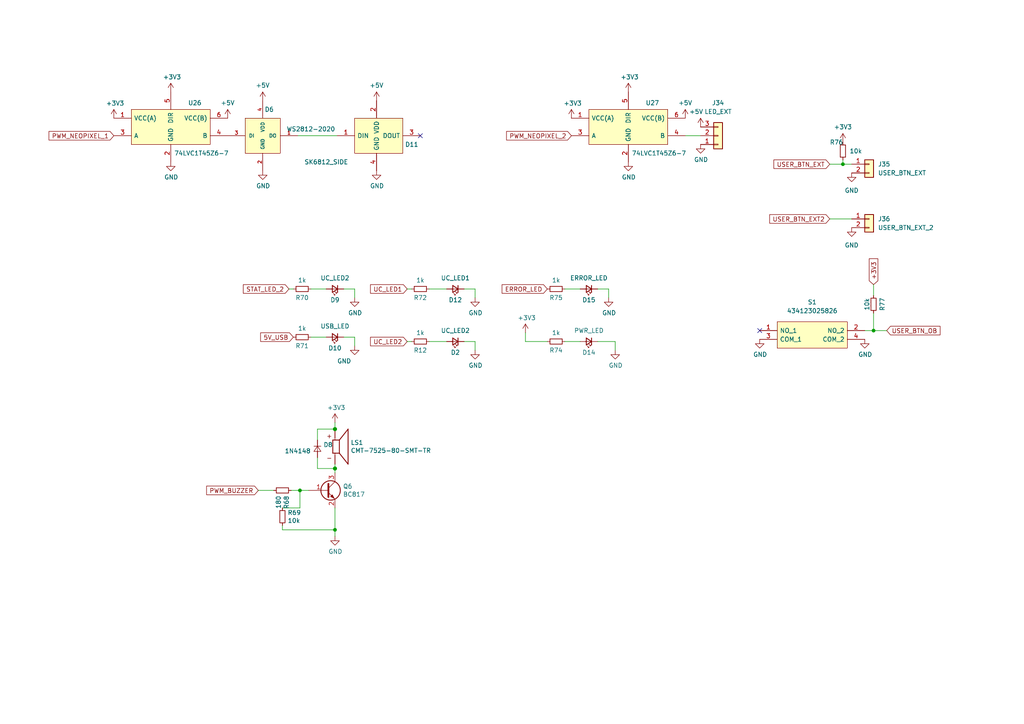
<source format=kicad_sch>
(kicad_sch (version 20231120) (generator "eeschema") (generator_version "8.0")
  (paper "A4")
  (lib_symbols
    (symbol "CMT-7525-80-SMT-TR:CMT-7525-80-SMT-TR" (pin_numbers hide) (pin_names (offset 1.016) hide)
      (property "Reference" "LS" (at -3.81 8.89 0))
      (property "Value" "CMT-7525-80-SMT-TR" (at -3.81 -10.16 0))
      (symbol "CMT-7525-80-SMT-TR_0_0"
        (polyline (pts (xy -0.635 -1.905) (xy 0 -1.905)) (stroke (width 0.254)))
        (polyline (pts (xy -0.635 1.905) (xy -0.635 -1.905)) (stroke (width 0.254)))
        (polyline (pts (xy -0.635 1.905) (xy 0 1.905)) (stroke (width 0.254)))
        (polyline (pts (xy 0 -2.54) (xy 0 -1.905)) (stroke (width 0.1524)))
        (polyline (pts (xy 0 -1.905) (xy 1.27 -1.905)) (stroke (width 0.254)))
        (polyline (pts (xy 0 1.905) (xy 1.27 1.905)) (stroke (width 0.254)))
        (polyline (pts (xy 0 2.54) (xy 0 1.905)) (stroke (width 0.1524)))
        (polyline (pts (xy 1.27 -1.905) (xy 1.27 1.905)) (stroke (width 0.254)))
        (polyline (pts (xy 1.27 -1.905) (xy 3.81 -5.08)) (stroke (width 0.254)))
        (polyline (pts (xy 1.27 1.905) (xy 3.81 5.08)) (stroke (width 0.254)))
        (polyline (pts (xy 3.81 -5.08) (xy 3.81 5.08)) (stroke (width 0.254)))
        (text "+" (at -2.54 3.81 0) (effects (font (size 1.27 1.27)) (justify left top)))
        (text "-" (at -2.54 -2.54 0) (effects (font (size 1.27 1.27)) (justify left top)))
        (pin passive line (at 0 -5.08 90) (length 2.54) (name "~") (number "N"))
        (pin passive line (at 0 5.08 270) (length 2.54) (name "~") (number "P"))
      )
    )
    (symbol "Connector_Generic:Conn_01x02" (pin_names (offset 1.016) hide)
      (property "Reference" "J" (at 0 2.54 0))
      (property "Value" "Conn_01x02" (at 0 -5.08 0))
      (symbol "Conn_01x02_1_1"
        (rectangle (start -1.27 -2.413) (end 0 -2.667) (stroke (width 0.1524)))
        (rectangle (start -1.27 0.127) (end 0 -0.127) (stroke (width 0.1524)))
        (rectangle (start -1.27 1.27) (end 1.27 -3.81) (stroke (width 0.254)) (fill (type background)))
        (pin passive line (at -5.08 0 0) (length 3.81) (name "Pin_1") (number "1"))
        (pin passive line (at -5.08 -2.54 0) (length 3.81) (name "Pin_2") (number "2"))
      )
    )
    (symbol "Connector_Generic:Conn_01x03" (pin_names (offset 1.016) hide)
      (property "Reference" "J" (at 0 5.08 0))
      (property "Value" "Conn_01x03" (at 0 -5.08 0))
      (symbol "Conn_01x03_1_1"
        (rectangle (start -1.27 -2.413) (end 0 -2.667) (stroke (width 0.1524)))
        (rectangle (start -1.27 0.127) (end 0 -0.127) (stroke (width 0.1524)))
        (rectangle (start -1.27 2.667) (end 0 2.413) (stroke (width 0.1524)))
        (rectangle (start -1.27 3.81) (end 1.27 -3.81) (stroke (width 0.254)) (fill (type background)))
        (pin passive line (at -5.08 2.54 0) (length 3.81) (name "Pin_1") (number "1"))
        (pin passive line (at -5.08 0 0) (length 3.81) (name "Pin_2") (number "2"))
        (pin passive line (at -5.08 -2.54 0) (length 3.81) (name "Pin_3") (number "3"))
      )
    )
    (symbol "Device:D_Small" (pin_numbers hide) (pin_names (offset 0.254) hide)
      (property "Reference" "D" (at -1.27 2.032 0))
      (property "Value" "D_Small" (at -3.81 -2.032 0))
      (symbol "D_Small_0_1"
        (polyline (pts (xy -0.762 -1.016) (xy -0.762 1.016)))
        (polyline (pts (xy -0.762 0) (xy 0.762 0)))
        (polyline (pts (xy 0.762 -1.016) (xy -0.762 0) (xy 0.762 1.016) (xy 0.762 -1.016)))
      )
      (symbol "D_Small_1_1"
        (pin passive line (at -2.54 0 0) (length 1.778) (name "K") (number "1"))
        (pin passive line (at 2.54 0 180) (length 1.778) (name "A") (number "2"))
      )
    )
    (symbol "Device:R_Small" (pin_numbers hide) (pin_names (offset 0.254) hide)
      (property "Reference" "R" (at 0.762 0.508 0))
      (property "Value" "R_Small" (at 0.762 -1.016 0))
      (symbol "R_Small_0_1"
        (rectangle (start -0.762 1.778) (end 0.762 -1.778) (stroke (width 0.2032)))
      )
      (symbol "R_Small_1_1"
        (pin passive line (at 0 2.54 270) (length 0.762) (name "~") (number "1"))
        (pin passive line (at 0 -2.54 90) (length 0.762) (name "~") (number "2"))
      )
    )
    (symbol "LED_Small_1" (pin_numbers hide) (pin_names (offset 0.254) hide)
      (property "Reference" "D" (at -1.27 3.175 0))
      (property "Value" "LED_Small_1" (at -4.445 -2.54 0))
      (symbol "LED_Small_1_0_1"
        (polyline (pts (xy -0.762 -1.016) (xy -0.762 1.016)) (stroke (width 0.254)))
        (polyline (pts (xy 1.016 0) (xy -0.762 0)))
        (polyline (pts (xy 0.762 -1.016) (xy -0.762 0) (xy 0.762 1.016) (xy 0.762 -1.016)) (stroke (width 0.254)))
        (polyline (pts (xy 0 0.762) (xy -0.508 1.27) (xy -0.254 1.27) (xy -0.508 1.27) (xy -0.508 1.016)))
        (polyline (pts (xy 0.508 1.27) (xy 0 1.778) (xy 0.254 1.778) (xy 0 1.778) (xy 0 1.524)))
      )
      (symbol "LED_Small_1_1_1"
        (pin passive line (at -2.54 0 0) (length 1.778) (name "K") (number "1"))
        (pin passive line (at 2.54 0 180) (length 1.778) (name "A") (number "2"))
      )
    )
    (symbol "SamacSys_Parts:74LVC1T45Z6-7" (pin_names (offset 0.762))
      (property "Reference" "IC2" (at 16.51 6.985 0))
      (property "Value" "74LVC1T45Z6-7" (at 16.51 4.445 0))
      (symbol "74LVC1T45Z6-7_0_0"
        (pin passive line (at 0 0 0) (length 5.08) (name "VCC(A)") (number "1"))
        (pin passive line (at 16.51 -12.7 90) (length 5.08) (name "GND") (number "2"))
        (pin passive line (at 0 -5.08 0) (length 5.08) (name "A") (number "3"))
        (pin passive line (at 33.02 -5.08 180) (length 5.08) (name "B") (number "4"))
        (pin passive line (at 16.51 7.62 270) (length 5.08) (name "DIR") (number "5"))
        (pin passive line (at 33.02 0 180) (length 5.08) (name "VCC(B)") (number "6"))
      )
      (symbol "74LVC1T45Z6-7_0_1"
        (polyline (pts (xy 5.08 2.54) (xy 27.94 2.54) (xy 27.94 -7.62) (xy 5.08 -7.62) (xy 5.08 2.54)) (stroke (width 0.1524)) (fill (type background)))
      )
    )
    (symbol "Transistor_BJT:BC817" (pin_names (offset 0) hide)
      (property "Reference" "Q" (at 5.08 1.905 0))
      (property "Value" "BC817" (at 5.08 0 0))
      (symbol "BC817_0_1"
        (polyline (pts (xy 0.635 0.635) (xy 2.54 2.54)))
        (polyline (pts (xy 0.635 -0.635) (xy 2.54 -2.54) (xy 2.54 -2.54)))
        (polyline (pts (xy 0.635 1.905) (xy 0.635 -1.905) (xy 0.635 -1.905)) (stroke (width 0.508)))
        (polyline (pts (xy 1.27 -1.778) (xy 1.778 -1.27) (xy 2.286 -2.286) (xy 1.27 -1.778) (xy 1.27 -1.778)) (fill (type outline)))
        (circle (center 1.27 0) (radius 2.8194) (stroke (width 0.254)))
      )
      (symbol "BC817_1_1"
        (pin input line (at -5.08 0 0) (length 5.715) (name "B") (number "1"))
        (pin passive line (at 2.54 -5.08 90) (length 2.54) (name "E") (number "2"))
        (pin passive line (at 2.54 5.08 270) (length 2.54) (name "C") (number "3"))
      )
    )
    (symbol "WS2812-2020:WS2812-2020" (pin_names (offset 1.016))
      (property "Reference" "U8" (at 0 11.43 0))
      (property "Value" "WS2812-2020" (at 0 8.89 0))
      (symbol "WS2812-2020_0_0"
        (pin output line (at 5.08 0 180) (length 5.08) (name "DO") (number "1"))
        (pin power_in line (at -5.08 -10.16 90) (length 5.08) (name "GND") (number "2"))
        (pin input line (at -15.24 0 0) (length 5.08) (name "DI") (number "3"))
        (pin power_in line (at -5.08 10.16 270) (length 5.08) (name "VDD") (number "4"))
      )
      (symbol "WS2812-2020_0_1"
        (rectangle (start -10.16 5.08) (end 0 -5.08) (stroke (width 0.1524)) (fill (type background)))
      )
    )
    (symbol "downloaded_parts:434123025826" (pin_names (offset 0.762))
      (property "Reference" "S1" (at 15.24 7.62 0))
      (property "Value" "434123025826" (at 15.24 5.08 0))
      (symbol "434123025826_0_0"
        (pin passive line (at 0 0 0) (length 5.08) (name "NO_1") (number "1"))
        (pin passive line (at 30.48 0 180) (length 5.08) (name "NO_2") (number "2"))
        (pin passive line (at 0 -2.54 0) (length 5.08) (name "COM_1") (number "3"))
        (pin passive line (at 30.48 -2.54 180) (length 5.08) (name "COM_2") (number "4"))
      )
      (symbol "434123025826_0_1"
        (polyline (pts (xy 5.08 2.54) (xy 25.4 2.54) (xy 25.4 -5.08) (xy 5.08 -5.08) (xy 5.08 2.54)) (stroke (width 0.1524)) (fill (type background)))
      )
    )
    (symbol "downloaded_parts:SK6812_SIDE" (pin_names (offset 0.762))
      (property "Reference" "IC8" (at 19.685 -2.5399 0))
      (property "Value" "SK6812_SIDE" (at 19.685 -5.0799 0))
      (symbol "SK6812_SIDE_0_0"
        (pin passive line (at 0 0 0) (length 5.08) (name "DIN") (number "1"))
        (pin passive line (at 11.43 10.16 270) (length 5.08) (name "VDD") (number "2"))
        (pin passive line (at 24.13 0 180) (length 5.08) (name "DOUT") (number "3"))
        (pin passive line (at 11.43 -10.16 90) (length 5.08) (name "GND") (number "4"))
      )
      (symbol "SK6812_SIDE_0_1"
        (polyline (pts (xy 5.08 5.08) (xy 19.05 5.08) (xy 19.05 -5.08) (xy 5.08 -5.08) (xy 5.08 5.08)) (stroke (width 0.1524)) (fill (type background)))
      )
    )
    (symbol "power:+3.3V" (power) (pin_names (offset 0))
      (property "Value" "+3.3V" (at 0 3.556 0))
      (symbol "+3.3V_0_1"
        (polyline (pts (xy -0.762 1.27) (xy 0 2.54)))
        (polyline (pts (xy 0 0) (xy 0 2.54)))
        (polyline (pts (xy 0 2.54) (xy 0.762 1.27)))
      )
      (symbol "+3.3V_1_1"
        (pin power_in line (at 0 0 90) (length 0) hide (name "+3V3") (number "1"))
      )
    )
    (symbol "power:+3V3" (power) (pin_names (offset 0))
      (property "Value" "+3V3" (at 0 3.556 0))
      (symbol "+3V3_0_1"
        (polyline (pts (xy -0.762 1.27) (xy 0 2.54)))
        (polyline (pts (xy 0 0) (xy 0 2.54)))
        (polyline (pts (xy 0 2.54) (xy 0.762 1.27)))
      )
      (symbol "+3V3_1_1"
        (pin power_in line (at 0 0 90) (length 0) hide (name "+3V3") (number "1"))
      )
    )
    (symbol "power:+5V" (power) (pin_names (offset 0))
      (property "Value" "+5V" (at 0 3.556 0))
      (symbol "+5V_0_1"
        (polyline (pts (xy -0.762 1.27) (xy 0 2.54)))
        (polyline (pts (xy 0 0) (xy 0 2.54)))
        (polyline (pts (xy 0 2.54) (xy 0.762 1.27)))
      )
      (symbol "+5V_1_1"
        (pin power_in line (at 0 0 90) (length 0) hide (name "+5V") (number "1"))
      )
    )
    (symbol "power:GND" (power) (pin_names (offset 0))
      (property "Value" "GND" (at 0 -3.81 0))
      (symbol "GND_0_1"
        (polyline (pts (xy 0 0) (xy 0 -1.27) (xy 1.27 -1.27) (xy 0 -2.54) (xy -1.27 -1.27) (xy 0 -1.27)))
      )
      (symbol "GND_1_1"
        (pin power_in line (at 0 0 270) (length 0) hide (name "GND") (number "1"))
      )
    )
  )
  (junction (at 97.155 135.89) (diameter 1.016))
  (junction (at 97.155 153.67))
  (junction (at 244.475 47.625))
  (junction (at 86.995 142.24))
  (junction (at 253.365 95.885))
  (junction (at 97.155 124.46) (diameter 1.016))
  (no_connect (at 220.345 95.885))
  (no_connect (at 121.92 39.37))
  (wire (pts (xy 102.87 100.33) (xy 102.87 97.79)))
  (wire (pts (xy 152.4 99.06) (xy 158.75 99.06)))
  (wire (pts (xy 97.155 135.89) (xy 97.155 137.16)))
  (wire (pts (xy 97.155 122.555) (xy 97.155 124.46)))
  (wire (pts (xy 86.995 147.32) (xy 86.995 142.24)))
  (wire (pts (xy 198.755 39.37) (xy 203.2 39.37)))
  (wire (pts (xy 137.795 83.82) (xy 134.62 83.82)))
  (wire (pts (xy 124.46 83.82) (xy 129.54 83.82)))
  (wire (pts (xy 97.155 134.62) (xy 97.155 135.89)))
  (wire (pts (xy 92.075 132.715) (xy 92.075 135.89)))
  (wire (pts (xy 86.36 39.37) (xy 97.79 39.37)))
  (wire (pts (xy 240.665 63.5) (xy 247.015 63.5)))
  (wire (pts (xy 86.995 142.24) (xy 89.535 142.24)))
  (wire (pts (xy 97.155 155.575) (xy 97.155 153.67)))
  (wire (pts (xy 81.915 153.67) (xy 97.155 153.67)))
  (wire (pts (xy 253.365 82.55) (xy 253.365 85.725)))
  (wire (pts (xy 81.915 147.32) (xy 86.995 147.32)))
  (wire (pts (xy 97.155 153.67) (xy 97.155 147.32)))
  (wire (pts (xy 250.825 95.885) (xy 253.365 95.885)))
  (wire (pts (xy 176.53 86.36) (xy 176.53 83.82)))
  (wire (pts (xy 137.795 86.36) (xy 137.795 83.82)))
  (wire (pts (xy 124.46 99.06) (xy 129.54 99.06)))
  (wire (pts (xy 102.87 83.82) (xy 99.695 83.82)))
  (wire (pts (xy 163.83 83.82) (xy 168.275 83.82)))
  (wire (pts (xy 253.365 95.885) (xy 257.175 95.885)))
  (wire (pts (xy 176.53 83.82) (xy 173.355 83.82)))
  (wire (pts (xy 83.82 83.82) (xy 85.09 83.82)))
  (wire (pts (xy 84.455 142.24) (xy 86.995 142.24)))
  (wire (pts (xy 81.915 152.4) (xy 81.915 153.67)))
  (wire (pts (xy 90.17 97.79) (xy 94.615 97.79)))
  (wire (pts (xy 253.365 90.805) (xy 253.365 95.885)))
  (wire (pts (xy 178.435 99.06) (xy 178.435 101.6)))
  (wire (pts (xy 244.475 47.625) (xy 247.015 47.625)))
  (wire (pts (xy 102.87 97.79) (xy 99.695 97.79)))
  (wire (pts (xy 97.155 135.89) (xy 92.075 135.89)))
  (wire (pts (xy 92.075 127.635) (xy 92.075 124.46)))
  (wire (pts (xy 244.475 46.355) (xy 244.475 47.625)))
  (wire (pts (xy 173.355 99.06) (xy 178.435 99.06)))
  (wire (pts (xy 137.795 99.06) (xy 134.62 99.06)))
  (wire (pts (xy 240.665 47.625) (xy 244.475 47.625)))
  (wire (pts (xy 102.87 86.36) (xy 102.87 83.82)))
  (wire (pts (xy 118.11 83.82) (xy 119.38 83.82)))
  (wire (pts (xy 118.11 99.06) (xy 119.38 99.06)))
  (wire (pts (xy 163.83 99.06) (xy 168.275 99.06)))
  (wire (pts (xy 92.075 124.46) (xy 97.155 124.46)))
  (wire (pts (xy 74.93 142.24) (xy 79.375 142.24)))
  (wire (pts (xy 152.4 96.52) (xy 152.4 99.06)))
  (wire (pts (xy 137.795 101.6) (xy 137.795 99.06)))
  (wire (pts (xy 90.17 83.82) (xy 94.615 83.82)))
  (global_label "PWM_NEOPIXEL_2" (shape input) (at 165.735 39.37 180) (property "Intersheetrefs" "${INTERSHEET_REFS}" (effects (hide yes))))
  (global_label "5V_USB" (shape input) (at 85.09 97.79 180) (property "Intersheetrefs" "${INTERSHEET_REFS}" (effects (hide yes))))
  (global_label "USER_BTN_EXT" (shape input) (at 240.665 47.625 180) (property "Intersheetrefs" "${INTERSHEET_REFS}" (effects (hide yes))))
  (global_label "UC_LED1" (shape input) (at 118.11 83.82 180) (property "Intersheetrefs" "${INTERSHEET_REFS}" (effects (hide yes))))
  (global_label "UC_LED2" (shape input) (at 118.11 99.06 180) (property "Intersheetrefs" "${INTERSHEET_REFS}" (effects (hide yes))))
  (global_label "ERROR_LED" (shape input) (at 158.75 83.82 180) (property "Intersheetrefs" "${INTERSHEET_REFS}" (effects (hide yes))))
  (global_label "PWM_BUZZER" (shape input) (at 74.93 142.24 180) (property "Intersheetrefs" "${INTERSHEET_REFS}" (effects (hide yes))))
  (global_label "USER_BTN_OB" (shape input) (at 257.175 95.885 0) (property "Intersheetrefs" "${INTERSHEET_REFS}" (effects (hide yes))))
  (global_label "USER_BTN_EXT2" (shape input) (at 240.665 63.5 180) (property "Intersheetrefs" "${INTERSHEET_REFS}" (effects (hide yes))))
  (global_label "+3V3" (shape input) (at 253.365 82.55 90) (property "Intersheetrefs" "${INTERSHEET_REFS}" (effects (hide yes))))
  (global_label "STAT_LED_2" (shape input) (at 83.82 83.82 180) (property "Intersheetrefs" "${INTERSHEET_REFS}" (effects (hide yes))))
  (global_label "PWM_NEOPIXEL_1" (shape input) (at 33.02 39.37 180) (property "Intersheetrefs" "${INTERSHEET_REFS}" (effects (hide yes))))
  (symbol (lib_id "power:GND") (at 137.795 101.6 0) (unit 1)
    (property "Reference" "#PWR077" (effects (hide yes)))
    (property "Value" "GND" (at 137.922 105.9942 0))
  )
  (symbol (lib_id "Connector_Generic:Conn_01x02") (at 252.095 63.5 0) (unit 1)
    (property "Reference" "J36" (at 254.635 63.4999 0) (effects (justify left)))
    (property "Value" "USER_BTN_EXT_2" (at 254.635 66.04 0) (effects (justify left)))
    (property "Footprint" "Connector_JST:JST_GH_BM02B-GHS-TBT_1x02-1MP_P1.25mm_Vertical" (effects (hide yes)))
  )
  (symbol (lib_id "Device:R_Small") (at 244.475 43.815 0) (unit 1)
    (property "Reference" "R76" (at 240.665 41.275 0) (effects (justify left)))
    (property "Value" "10k" (at 246.38 43.815 0) (effects (justify left)))
    (property "Footprint" "Resistor_SMD:R_0603_1608Metric" (effects (hide yes)))
  )
  (symbol (lib_id "power:GND") (at 220.345 98.425 0) (unit 1)
    (property "Reference" "#PWR0200" (effects (hide yes)))
    (property "Value" "GND" (at 220.472 102.8192 0))
  )
  (symbol (lib_id "power:+3V3") (at 165.735 34.29 0) (unit 1)
    (property "Reference" "#PWR0192" (effects (hide yes)))
    (property "Value" "+3V3" (at 166.1033 29.9656 0))
  )
  (symbol (lib_id "power:+3V3") (at 97.155 122.555 0) (unit 1)
    (property "Reference" "#PWR0184" (effects (hide yes)))
    (property "Value" "+3V3" (at 97.5233 118.2306 0))
  )
  (symbol (lib_id "power:GND") (at 102.87 100.33 0) (unit 1)
    (property "Reference" "#PWR0187" (effects (hide yes)))
    (property "Value" "GND" (at 99.822 104.7242 0))
  )
  (symbol (lib_id "power:+3V3") (at 152.4 96.52 0) (unit 1)
    (property "Reference" "#PWR015" (effects (hide yes)))
    (property "Value" "+3V3" (at 152.7683 92.1956 0))
  )
  (symbol (lib_id "Device:R_Small") (at 87.63 83.82 90) (unit 1)
    (property "Reference" "R70" (at 87.63 86.36 90))
    (property "Value" "1k" (at 87.63 81.28 90))
    (property "Footprint" "Resistor_SMD:R_0603_1608Metric" (effects (hide yes)))
  )
  (symbol (lib_id "power:+3V3") (at 33.02 34.29 0) (unit 1)
    (property "Reference" "#PWR0176" (effects (hide yes)))
    (property "Value" "+3V3" (at 33.3883 29.9656 0))
  )
  (symbol (lib_id "power:GND") (at 182.245 46.99 0) (unit 1)
    (property "Reference" "#PWR0196" (effects (hide yes)))
    (property "Value" "GND" (at 182.372 51.3842 0))
  )
  (symbol (lib_id "SamacSys_Parts:74LVC1T45Z6-7") (at 33.02 34.29 0) (unit 1)
    (property "Reference" "U26" (at 56.515 29.845 0))
    (property "Value" "74LVC1T45Z6-7" (at 58.42 44.45 0))
    (property "Footprint" "Package_TO_SOT_SMD:SOT-563" (effects (hide yes)))
    (property "Datasheet" "https://www.diodes.com/assets/Datasheets/74LVC1T45.pdf" (effects (hide yes)))
    (property "Description" "Translation - Voltage Levels Sgl Bit 1 Gate 5.5V 24mA 16uA 3 State" (effects (hide yes)))
    (property "Height" "0.6" (effects (hide yes)))
    (property "Mouser Part Number" "621-74LVC1T45Z6-7" (effects (hide yes)))
    (property "Mouser Price/Stock" "https://www.mouser.co.uk/ProductDetail/Diodes-Incorporated/74LVC1T45Z6-7?qs=Oxncjon6mbri043VV7aCkA%3D%3D" (effects (hide yes)))
    (property "Manufacturer_Name" "Diodes Inc." (effects (hide yes)))
    (property "Manufacturer_Part_Number" "74LVC1T45Z6-7" (effects (hide yes)))
  )
  (symbol (lib_id "power:+5V") (at 198.755 34.29 0) (unit 1)
    (property "Reference" "#PWR0197" (effects (hide yes)))
    (property "Value" "+5V" (at 198.755 29.845 0))
  )
  (symbol (lib_name "LED_Small_1") (lib_id "Device:LED_Small") (at 97.155 83.82 180) (unit 1)
    (property "Reference" "D9" (at 97.155 86.995 0))
    (property "Value" "UC_LED2" (at 97.155 80.645 0))
    (property "Footprint" "LED_SMD:LED_0603_1608Metric" (effects (hide yes)))
  )
  (symbol (lib_id "power:+3V3") (at 49.53 26.67 0) (unit 1)
    (property "Reference" "#PWR0177" (effects (hide yes)))
    (property "Value" "+3V3" (at 49.8983 22.3456 0))
  )
  (symbol (lib_id "Device:R_Small") (at 161.29 83.82 90) (unit 1)
    (property "Reference" "R75" (at 161.29 86.36 90))
    (property "Value" "1k" (at 161.29 81.28 90))
    (property "Footprint" "Resistor_SMD:R_0603_1608Metric" (effects (hide yes)))
  )
  (symbol (lib_id "power:GND") (at 176.53 86.36 0) (unit 1)
    (property "Reference" "#PWR0193" (effects (hide yes)))
    (property "Value" "GND" (at 176.657 90.7542 0))
  )
  (symbol (lib_id "downloaded_parts:SK6812_SIDE") (at 97.79 39.37 0) (unit 1)
    (property "Reference" "D11" (at 117.475 41.9099 0) (effects (justify left)))
    (property "Value" "SK6812_SIDE" (at 88.265 46.99 0) (effects (justify left)))
    (property "Footprint" "downloaded_parts:SK6812SIDE" (effects (hide yes)))
    (property "Datasheet" "https://drive.google.com/file/d/1ogB9Ikb2NH7tOdPVDoBaHqeA7tHurhhe/view?usp=sharing" (effects (hide yes)))
    (property "Description" "SK6812 SIDE/SK6805 SIDE is a smart LED control circuit" (effects (hide yes)))
    (property "Height" "2.05" (effects (hide yes)))
    (property "Manufacturer_Name" "Shenzhen Normand Electronic" (effects (hide yes)))
    (property "Manufacturer_Part_Number" "SK6812 SIDE" (effects (hide yes)))
  )
  (symbol (lib_id "Device:R_Small") (at 253.365 88.265 0) (unit 1)
    (property "Reference" "R77" (at 255.905 88.265 90))
    (property "Value" "10k" (at 251.46 88.265 90))
    (property "Footprint" "Resistor_SMD:R_0603_1608Metric" (effects (hide yes)))
  )
  (symbol (lib_id "Transistor_BJT:BC817") (at 94.615 142.24 0) (unit 1)
    (property "Reference" "Q6" (at 99.4664 141.0716 0) (effects (justify left)))
    (property "Value" "BC817" (at 99.4664 143.383 0) (effects (justify left)))
    (property "Footprint" "Package_TO_SOT_SMD:SOT-323_SC-70" (effects (hide yes)))
    (property "Datasheet" "http://www.fairchildsemi.com/ds/BC/BC817.pdf" (effects (hide yes)))
  )
  (symbol (lib_id "power:+3.3V") (at 244.475 41.275 0) (unit 1)
    (property "Reference" "#PWR0201" (effects (hide yes)))
    (property "Value" "+3V3" (at 244.475 36.83 0))
  )
  (symbol (lib_id "Device:R_Small") (at 81.915 149.86 0) (unit 1)
    (property "Reference" "R69" (at 83.4136 148.6916 0) (effects (justify left)))
    (property "Value" "10k" (at 83.4136 151.003 0) (effects (justify left)))
    (property "Footprint" "Resistor_SMD:R_0603_1608Metric" (effects (hide yes)))
  )
  (symbol (lib_id "SamacSys_Parts:74LVC1T45Z6-7") (at 165.735 34.29 0) (unit 1)
    (property "Reference" "U27" (at 189.23 29.845 0))
    (property "Value" "74LVC1T45Z6-7" (at 191.135 44.45 0))
    (property "Footprint" "Package_TO_SOT_SMD:SOT-563" (effects (hide yes)))
    (property "Datasheet" "https://www.diodes.com/assets/Datasheets/74LVC1T45.pdf" (effects (hide yes)))
    (property "Description" "Translation - Voltage Levels Sgl Bit 1 Gate 5.5V 24mA 16uA 3 State" (effects (hide yes)))
    (property "Height" "0.6" (effects (hide yes)))
    (property "Mouser Part Number" "621-74LVC1T45Z6-7" (effects (hide yes)))
    (property "Mouser Price/Stock" "https://www.mouser.co.uk/ProductDetail/Diodes-Incorporated/74LVC1T45Z6-7?qs=Oxncjon6mbri043VV7aCkA%3D%3D" (effects (hide yes)))
    (property "Manufacturer_Name" "Diodes Inc." (effects (hide yes)))
    (property "Manufacturer_Part_Number" "74LVC1T45Z6-7" (effects (hide yes)))
  )
  (symbol (lib_id "WS2812-2020:WS2812-2020") (at 81.28 39.37 0) (unit 1)
    (property "Reference" "D6" (at 78.105 31.75 0))
    (property "Value" "WS2812-2020" (at 90.17 37.4396 0))
    (property "Footprint" "neopixel:ws2812_2020" (effects (hide yes)))
    (property "MANUFACTURER" "Worldsemi" (effects (hide yes)))
    (property "STANDARD" "Manufacturer Recommendations" (effects (hide yes)))
  )
  (symbol (lib_id "CMT-7525-80-SMT-TR:CMT-7525-80-SMT-TR") (at 97.155 129.54 0) (unit 1)
    (property "Reference" "LS1" (at 101.7016 128.3716 0) (effects (justify left)))
    (property "Value" "CMT-7525-80-SMT-TR" (at 101.7016 130.683 0) (effects (justify left)))
    (property "Footprint" "downloaded_parts:XDCR_CMT-7525-80-SMT-TR" (effects (hide yes)))
    (property "Field4" "Manufacturer Recommendations" (effects (hide yes)))
    (property "Field5" "N/A" (effects (hide yes)))
    (property "Field6" "CUI Inc." (effects (hide yes)))
  )
  (symbol (lib_id "power:GND") (at 247.015 66.04 0) (unit 1)
    (property "Reference" "#PWR0203" (effects (hide yes)))
    (property "Value" "GND" (at 247.015 71.12 0))
  )
  (symbol (lib_id "Device:R_Small") (at 121.92 99.06 90) (unit 1)
    (property "Reference" "R12" (at 121.92 101.6 90))
    (property "Value" "1k" (at 121.92 96.52 90))
    (property "Footprint" "Resistor_SMD:R_0603_1608Metric" (effects (hide yes)))
  )
  (symbol (lib_id "Connector_Generic:Conn_01x02") (at 252.095 47.625 0) (unit 1)
    (property "Reference" "J35" (at 254.635 47.6249 0) (effects (justify left)))
    (property "Value" "USER_BTN_EXT" (at 254.635 50.165 0) (effects (justify left)))
    (property "Footprint" "Connector_JST:JST_GH_BM02B-GHS-TBT_1x02-1MP_P1.25mm_Vertical" (effects (hide yes)))
  )
  (symbol (lib_id "power:+5V") (at 66.04 34.29 0) (unit 1)
    (property "Reference" "#PWR0179" (effects (hide yes)))
    (property "Value" "+5V" (at 66.04 29.845 0))
  )
  (symbol (lib_name "LED_Small_1") (lib_id "Device:LED_Small") (at 132.08 99.06 180) (unit 1)
    (property "Reference" "D2" (at 132.08 102.235 0))
    (property "Value" "UC_LED2" (at 132.08 95.885 0))
    (property "Footprint" "LED_SMD:LED_0603_1608Metric" (effects (hide yes)))
  )
  (symbol (lib_id "power:GND") (at 247.015 50.165 0) (unit 1)
    (property "Reference" "#PWR0202" (effects (hide yes)))
    (property "Value" "GND" (at 247.015 55.245 0))
  )
  (symbol (lib_id "power:GND") (at 76.2 49.53 0) (unit 1)
    (property "Reference" "#PWR0181" (effects (hide yes)))
    (property "Value" "GND" (at 76.327 53.9242 0))
  )
  (symbol (lib_id "power:GND") (at 178.435 101.6 0) (unit 1)
    (property "Reference" "#PWR0194" (effects (hide yes)))
    (property "Value" "GND" (at 178.562 105.9942 0))
  )
  (symbol (lib_id "power:+5V") (at 109.22 29.21 0) (unit 1)
    (property "Reference" "#PWR0188" (effects (hide yes)))
    (property "Value" "+5V" (at 109.22 24.765 0))
  )
  (symbol (lib_id "power:+5V") (at 203.2 36.83 0) (unit 1)
    (property "Reference" "#PWR0198" (effects (hide yes)))
    (property "Value" "+5V" (at 201.93 32.385 0))
  )
  (symbol (lib_name "LED_Small_1") (lib_id "Device:LED_Small") (at 132.08 83.82 180) (unit 1)
    (property "Reference" "D12" (at 132.08 86.995 0))
    (property "Value" "UC_LED1" (at 132.08 80.645 0))
    (property "Footprint" "LED_SMD:LED_0603_1608Metric" (effects (hide yes)))
  )
  (symbol (lib_name "LED_Small_1") (lib_id "Device:LED_Small") (at 170.815 99.06 180) (unit 1)
    (property "Reference" "D14" (at 170.815 102.235 0))
    (property "Value" "PWR_LED" (at 170.815 95.885 0))
    (property "Footprint" "LED_SMD:LED_0603_1608Metric" (effects (hide yes)))
  )
  (symbol (lib_id "downloaded_parts:434123025826") (at 220.345 95.885 0) (unit 1)
    (property "Reference" "S1" (at 235.585 87.63 0))
    (property "Value" "434123025826" (at 235.585 90.17 0))
    (property "Footprint" "downloaded_parts:434123025826" (effects (hide yes)))
    (property "Datasheet" "https://www.we-online.com/catalog/datasheet/434123025826.pdf" (effects (hide yes)))
    (property "Description" "TACT SWITCH 4.2X3.2MM VERTICAL T" (effects (hide yes)))
    (property "Height" "2.7" (effects (hide yes)))
    (property "Manufacturer_Name" "Wurth Elektronik" (effects (hide yes)))
    (property "Manufacturer_Part_Number" "434123025826" (effects (hide yes)))
  )
  (symbol (lib_id "Device:D_Small") (at 92.075 130.175 270) (unit 1)
    (property "Reference" "D8" (at 93.8022 129.0066 90) (effects (justify left)))
    (property "Value" "1N4148" (at 82.55 130.81 90) (effects (justify left)))
    (property "Footprint" "Diode_SMD:D_SOD-323F" (effects (hide yes)))
  )
  (symbol (lib_id "Connector_Generic:Conn_01x03") (at 208.28 39.37 0) (mirror x) (unit 1)
    (property "Reference" "J34" (at 208.28 29.845 0))
    (property "Value" "LED_EXT" (at 208.28 32.385 0))
    (property "Footprint" "Connector_JST:JST_GH_BM03B-GHS-TBT_1x03-1MP_P1.25mm_Vertical" (effects (hide yes)))
  )
  (symbol (lib_id "power:GND") (at 109.22 49.53 0) (unit 1)
    (property "Reference" "#PWR0189" (effects (hide yes)))
    (property "Value" "GND" (at 109.347 53.9242 0))
  )
  (symbol (lib_name "LED_Small_1") (lib_id "Device:LED_Small") (at 170.815 83.82 180) (unit 1)
    (property "Reference" "D15" (at 170.815 86.995 0))
    (property "Value" "ERROR_LED" (at 170.815 80.645 0))
    (property "Footprint" "LED_SMD:LED_0603_1608Metric" (effects (hide yes)))
  )
  (symbol (lib_id "power:+5V") (at 76.2 29.21 0) (unit 1)
    (property "Reference" "#PWR0180" (effects (hide yes)))
    (property "Value" "+5V" (at 76.2 24.765 0))
  )
  (symbol (lib_id "power:GND") (at 137.795 86.36 0) (unit 1)
    (property "Reference" "#PWR0190" (effects (hide yes)))
    (property "Value" "GND" (at 137.922 90.7542 0))
  )
  (symbol (lib_id "power:GND") (at 203.2 41.91 0) (unit 1)
    (property "Reference" "#PWR0199" (effects (hide yes)))
    (property "Value" "GND" (at 203.327 46.3042 0))
  )
  (symbol (lib_id "power:+3V3") (at 182.245 26.67 0) (unit 1)
    (property "Reference" "#PWR0195" (effects (hide yes)))
    (property "Value" "+3V3" (at 182.6133 22.3456 0))
  )
  (symbol (lib_id "Device:R_Small") (at 81.915 142.24 270) (unit 1)
    (property "Reference" "R68" (at 83.0834 143.7386 0) (effects (justify left)))
    (property "Value" "180" (at 80.772 143.7386 0) (effects (justify left)))
    (property "Footprint" "Resistor_SMD:R_0603_1608Metric" (effects (hide yes)))
  )
  (symbol (lib_id "Device:R_Small") (at 121.92 83.82 90) (unit 1)
    (property "Reference" "R72" (at 121.92 86.36 90))
    (property "Value" "1k" (at 121.92 81.28 90))
    (property "Footprint" "Resistor_SMD:R_0603_1608Metric" (effects (hide yes)))
  )
  (symbol (lib_id "power:GND") (at 102.87 86.36 0) (unit 1)
    (property "Reference" "#PWR0186" (effects (hide yes)))
    (property "Value" "GND" (at 102.997 90.7542 0))
  )
  (symbol (lib_id "Device:R_Small") (at 161.29 99.06 90) (unit 1)
    (property "Reference" "R74" (at 161.29 101.6 90))
    (property "Value" "1k" (at 161.29 96.52 90))
    (property "Footprint" "Resistor_SMD:R_0603_1608Metric" (effects (hide yes)))
  )
  (symbol (lib_id "Device:R_Small") (at 87.63 97.79 90) (unit 1)
    (property "Reference" "R71" (at 87.63 100.33 90))
    (property "Value" "1k" (at 87.63 95.25 90))
    (property "Footprint" "Resistor_SMD:R_0603_1608Metric" (effects (hide yes)))
  )
  (symbol (lib_id "power:GND") (at 97.155 155.575 0) (unit 1)
    (property "Reference" "#PWR0185" (effects (hide yes)))
    (property "Value" "GND" (at 97.282 159.9692 0))
  )
  (symbol (lib_id "power:GND") (at 49.53 46.99 0) (unit 1)
    (property "Reference" "#PWR0178" (effects (hide yes)))
    (property "Value" "GND" (at 49.657 51.3842 0))
  )
  (symbol (lib_id "power:GND") (at 250.825 98.425 0) (unit 1)
    (property "Reference" "#PWR0204" (effects (hide yes)))
    (property "Value" "GND" (at 250.952 102.8192 0))
  )
  (symbol (lib_name "LED_Small_1") (lib_id "Device:LED_Small") (at 97.155 97.79 180) (unit 1)
    (property "Reference" "D10" (at 97.155 100.965 0))
    (property "Value" "USB_LED" (at 97.155 94.615 0))
    (property "Footprint" "LED_SMD:LED_0603_1608Metric" (effects (hide yes)))
  )
)
</source>
